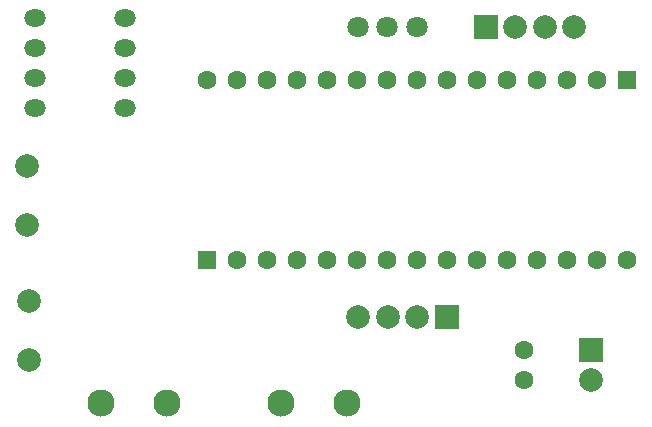
<source format=gtl>
G04 Layer: TopLayer*
G04 EasyEDA v6.5.39, 2023-12-21 10:53:13*
G04 3e67a15472894c6e83902e6d43e54a9e,2402692d15bd446891542ced5281a4ad,10*
G04 Gerber Generator version 0.2*
G04 Scale: 100 percent, Rotated: No, Reflected: No *
G04 Dimensions in millimeters *
G04 leading zeros omitted , absolute positions ,4 integer and 5 decimal *
%FSLAX45Y45*%
%MOMM*%

%ADD10C,2.0000*%
%ADD11R,2.0000X2.0000*%
%ADD12C,1.8000*%
%ADD13C,1.6000*%
%ADD14C,2.3000*%
%ADD15R,1.6000X1.6000*%
%ADD16O,1.82499X1.4599920000000002*%

%LPD*%
D10*
G01*
X5074996Y-317500D03*
G01*
X4824984Y-317500D03*
G01*
X4574997Y-317500D03*
D11*
G01*
X4324984Y-317500D03*
D10*
G01*
X3244494Y-2768600D03*
G01*
X3494506Y-2768600D03*
G01*
X3744493Y-2768600D03*
D11*
G01*
X3994505Y-2768600D03*
D12*
G01*
X3242513Y-317500D03*
G01*
X3492500Y-317500D03*
G01*
X3742486Y-317500D03*
D13*
G01*
X4648200Y-3302000D03*
G01*
X4648200Y-3048000D03*
D14*
G01*
X2593975Y-3499993D03*
G01*
X3153994Y-3499993D03*
G01*
X1630019Y-3499993D03*
G01*
X1070000Y-3499993D03*
D11*
G01*
X5219700Y-3048000D03*
D10*
G01*
X5219700Y-3302000D03*
G01*
X444500Y-1489837D03*
G01*
X444500Y-1989962D03*
G01*
X457200Y-2632837D03*
G01*
X457200Y-3132962D03*
D15*
G01*
X1968500Y-2286000D03*
D13*
G01*
X2222500Y-2286000D03*
G01*
X2476500Y-2286000D03*
G01*
X2730500Y-2286000D03*
G01*
X2984500Y-2286000D03*
G01*
X3238500Y-2286000D03*
G01*
X3492500Y-2286000D03*
G01*
X3746500Y-2286000D03*
G01*
X4000500Y-2286000D03*
G01*
X4254500Y-2286000D03*
G01*
X4508500Y-2286000D03*
G01*
X4762500Y-2286000D03*
G01*
X5016500Y-2286000D03*
G01*
X5270500Y-2286000D03*
G01*
X5524500Y-2286000D03*
D15*
G01*
X5524500Y-762000D03*
D13*
G01*
X5270500Y-762000D03*
G01*
X5016500Y-762000D03*
G01*
X4762500Y-762000D03*
G01*
X4508500Y-762000D03*
G01*
X4254500Y-762000D03*
G01*
X4000500Y-762000D03*
G01*
X3746500Y-762000D03*
G01*
X3492500Y-762000D03*
G01*
X3238500Y-762000D03*
G01*
X2984500Y-762000D03*
G01*
X2730500Y-762000D03*
G01*
X2476500Y-762000D03*
G01*
X2222500Y-762000D03*
G01*
X1968500Y-762000D03*
D16*
G01*
X1270000Y-1003300D03*
G01*
X1270000Y-749300D03*
G01*
X1270000Y-495300D03*
G01*
X1270000Y-241300D03*
G01*
X508000Y-1003300D03*
G01*
X508000Y-749300D03*
G01*
X508000Y-495300D03*
G01*
X508000Y-241300D03*
M02*

</source>
